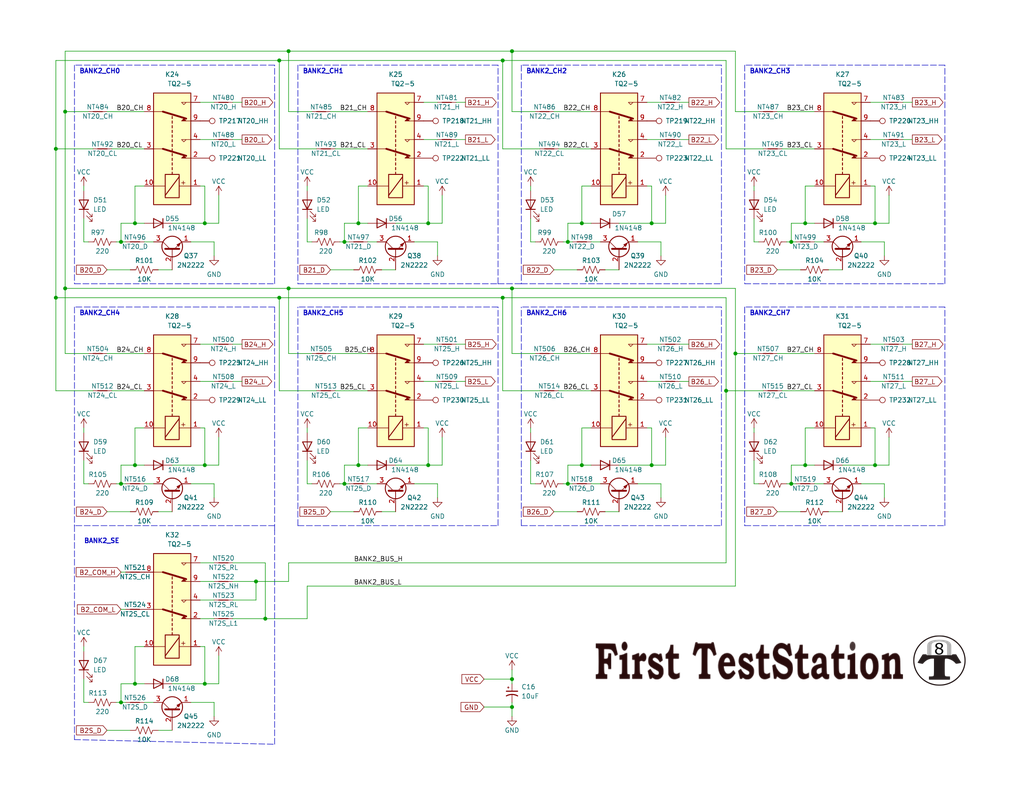
<source format=kicad_sch>
(kicad_sch (version 20211123) (generator eeschema)
  (paper "A")
  (title_block (title "InterconnectIO Board") (date "2022-06-01") (rev "0.1"))
  (junction (at 139.7 78.74))
  (junction (at 33.02 66.04))
  (junction (at 33.02 191.77))
  (junction (at 154.94 132.08))
  (junction (at 93.98 132.08))
  (junction (at 219.71 60.96))
  (junction (at 158.75 60.96))
  (junction (at 177.8 60.96))
  (junction (at 238.76 60.96))
  (junction (at 72.39 168.91))
  (junction (at 215.9 132.08))
  (junction (at 116.84 60.96))
  (junction (at 76.2 81.28))
  (junction (at 36.83 60.96))
  (junction (at 78.74 78.74))
  (junction (at 33.02 132.08))
  (junction (at 116.84 127))
  (junction (at 17.78 30.48))
  (junction (at 137.16 81.28))
  (junction (at 154.94 66.04))
  (junction (at 15.24 81.28))
  (junction (at 17.78 78.74))
  (junction (at 93.98 66.04))
  (junction (at 36.83 186.69))
  (junction (at 139.7 185.42))
  (junction (at 78.74 13.97))
  (junction (at 238.76 127))
  (junction (at 97.79 127))
  (junction (at 97.79 60.96))
  (junction (at 76.2 16.51))
  (junction (at 137.16 16.51))
  (junction (at 15.24 40.64))
  (junction (at 158.75 127))
  (junction (at 55.88 186.69))
  (junction (at 139.7 193.04))
  (junction (at 200.66 96.52))
  (junction (at 36.83 127))
  (junction (at 55.88 127))
  (junction (at 139.7 13.97))
  (junction (at 198.12 106.68))
  (junction (at 177.8 127))
  (junction (at 69.85 158.75))
  (junction (at 215.9 66.04))
  (junction (at 55.88 60.96))
  (junction (at 219.71 127))
  (wire (pts (xy 241.3 132.08) (xy 241.3 135.89)))
  (wire (pts (xy 100.33 60.96) (xy 97.79 60.96)))
  (wire (pts (xy 78.74 153.67) (xy 78.74 158.75)))
  (wire (pts (xy 116.84 50.8) (xy 116.84 60.96)))
  (wire (pts (xy 205.74 50.8) (xy 205.74 52.07)))
  (wire (pts (xy 168.91 60.96) (xy 177.8 60.96)))
  (wire (pts (xy 144.78 59.69) (xy 144.78 66.04)))
  (wire (pts (xy 104.14 73.66) (xy 107.95 73.66)))
  (wire (pts (xy 214.63 132.08) (xy 215.9 132.08)))
  (wire (pts (xy 219.71 50.8) (xy 219.71 60.96)))
  (wire (pts (xy 46.99 60.96) (xy 55.88 60.96)))
  (wire (pts (xy 97.79 116.84) (xy 97.79 127)))
  (wire (pts (xy 36.83 60.96) (xy 33.02 60.96)))
  (wire (pts (xy 58.42 191.77) (xy 58.42 195.58)))
  (wire (pts (xy 36.83 50.8) (xy 39.37 50.8)))
  (wire (pts (xy 54.61 38.1) (xy 58.42 38.1)))
  (wire (pts (xy 185.42 104.14) (xy 187.96 104.14)))
  (wire (pts (xy 156.21 132.08) (xy 154.94 132.08)))
  (wire (pts (xy 63.5 38.1) (xy 66.04 38.1)))
  (wire (pts (xy 200.66 160.02) (xy 83.82 160.02)))
  (wire (pts (xy 33.02 166.37) (xy 34.29 166.37)))
  (wire (pts (xy 22.86 176.53) (xy 22.86 177.8)))
  (wire (pts (xy 22.86 191.77) (xy 24.13 191.77)))
  (wire (pts (xy 43.18 139.7) (xy 46.99 139.7)))
  (wire (pts (xy 242.57 127) (xy 238.76 127)))
  (wire (pts (xy 54.61 93.98) (xy 58.42 93.98)))
  (wire (pts (xy 238.76 116.84) (xy 238.76 127)))
  (wire (pts (xy 33.02 60.96) (xy 33.02 66.04)))
  (wire (pts (xy 120.65 119.38) (xy 120.65 127)))
  (wire (pts (xy 97.79 50.8) (xy 100.33 50.8)))
  (wire (pts (xy 97.79 116.84) (xy 100.33 116.84)))
  (wire (pts (xy 55.88 116.84) (xy 54.61 116.84)))
  (wire (pts (xy 139.7 185.42) (xy 139.7 186.69)))
  (wire (pts (xy 246.38 27.94) (xy 248.92 27.94)))
  (wire (pts (xy 36.83 50.8) (xy 36.83 60.96)))
  (wire (pts (xy 222.25 132.08) (xy 224.79 132.08)))
  (wire (pts (xy 219.71 116.84) (xy 219.71 127)))
  (wire (pts (xy 215.9 66.04) (xy 215.9 60.96)))
  (wire (pts (xy 76.2 40.64) (xy 86.36 40.64)))
  (polyline (pts (xy 20.32 143.51) (xy 20.32 143.51)))
  (wire (pts (xy 78.74 30.48) (xy 78.74 13.97)))
  (wire (pts (xy 58.42 132.08) (xy 58.42 135.89)))
  (polyline (pts (xy 257.81 17.78) (xy 203.2 17.78)))
  (wire (pts (xy 22.86 185.42) (xy 22.86 191.77)))
  (wire (pts (xy 30.48 40.64) (xy 39.37 40.64)))
  (wire (pts (xy 237.49 104.14) (xy 241.3 104.14)))
  (wire (pts (xy 198.12 81.28) (xy 198.12 106.68)))
  (wire (pts (xy 97.79 127) (xy 93.98 127)))
  (wire (pts (xy 212.09 73.66) (xy 218.44 73.66)))
  (wire (pts (xy 33.02 156.21) (xy 34.29 156.21)))
  (wire (pts (xy 39.37 66.04) (xy 41.91 66.04)))
  (polyline (pts (xy 20.32 201.93) (xy 74.93 203.2)))
  (wire (pts (xy 83.82 125.73) (xy 83.82 132.08)))
  (wire (pts (xy 181.61 119.38) (xy 181.61 127)))
  (wire (pts (xy 165.1 139.7) (xy 168.91 139.7)))
  (wire (pts (xy 115.57 38.1) (xy 119.38 38.1)))
  (wire (pts (xy 229.87 60.96) (xy 238.76 60.96)))
  (polyline (pts (xy 142.24 77.47) (xy 196.85 77.47)))
  (wire (pts (xy 31.75 132.08) (xy 33.02 132.08)))
  (wire (pts (xy 17.78 78.74) (xy 17.78 30.48)))
  (wire (pts (xy 246.38 93.98) (xy 248.92 93.98)))
  (wire (pts (xy 151.13 96.52) (xy 161.29 96.52)))
  (wire (pts (xy 168.91 127) (xy 177.8 127)))
  (wire (pts (xy 59.69 53.34) (xy 59.69 60.96)))
  (wire (pts (xy 76.2 40.64) (xy 76.2 16.51)))
  (wire (pts (xy 158.75 50.8) (xy 158.75 60.96)))
  (polyline (pts (xy 142.24 143.51) (xy 196.85 143.51)))
  (wire (pts (xy 52.07 191.77) (xy 58.42 191.77)))
  (wire (pts (xy 238.76 116.84) (xy 237.49 116.84)))
  (wire (pts (xy 115.57 27.94) (xy 119.38 27.94)))
  (wire (pts (xy 173.99 66.04) (xy 180.34 66.04)))
  (wire (pts (xy 124.46 104.14) (xy 127 104.14)))
  (wire (pts (xy 54.61 153.67) (xy 58.42 153.67)))
  (wire (pts (xy 58.42 66.04) (xy 58.42 69.85)))
  (wire (pts (xy 137.16 81.28) (xy 198.12 81.28)))
  (wire (pts (xy 59.69 186.69) (xy 55.88 186.69)))
  (wire (pts (xy 55.88 50.8) (xy 54.61 50.8)))
  (wire (pts (xy 93.98 127) (xy 93.98 132.08)))
  (wire (pts (xy 219.71 127) (xy 215.9 127)))
  (wire (pts (xy 139.7 30.48) (xy 139.7 13.97)))
  (polyline (pts (xy 196.85 143.51) (xy 196.85 83.82)))
  (wire (pts (xy 93.98 66.04) (xy 93.98 60.96)))
  (wire (pts (xy 92.71 132.08) (xy 93.98 132.08)))
  (wire (pts (xy 176.53 93.98) (xy 180.34 93.98)))
  (wire (pts (xy 238.76 50.8) (xy 238.76 60.96)))
  (wire (pts (xy 237.49 27.94) (xy 241.3 27.94)))
  (wire (pts (xy 116.84 116.84) (xy 115.57 116.84)))
  (wire (pts (xy 116.84 116.84) (xy 116.84 127)))
  (wire (pts (xy 180.34 66.04) (xy 180.34 69.85)))
  (wire (pts (xy 22.86 116.84) (xy 22.86 118.11)))
  (wire (pts (xy 139.7 193.04) (xy 139.7 195.58)))
  (wire (pts (xy 43.18 199.39) (xy 46.99 199.39)))
  (wire (pts (xy 91.44 40.64) (xy 100.33 40.64)))
  (wire (pts (xy 205.74 59.69) (xy 205.74 66.04)))
  (wire (pts (xy 154.94 127) (xy 154.94 132.08)))
  (wire (pts (xy 198.12 106.68) (xy 208.28 106.68)))
  (wire (pts (xy 104.14 139.7) (xy 107.95 139.7)))
  (wire (pts (xy 59.69 119.38) (xy 59.69 127)))
  (polyline (pts (xy 203.2 17.78) (xy 203.2 77.47)))
  (polyline (pts (xy 20.32 83.82) (xy 20.32 143.51)))
  (wire (pts (xy 185.42 93.98) (xy 187.96 93.98)))
  (polyline (pts (xy 81.28 17.78) (xy 81.28 77.47)))
  (wire (pts (xy 113.03 132.08) (xy 119.38 132.08)))
  (wire (pts (xy 36.83 176.53) (xy 39.37 176.53)))
  (wire (pts (xy 22.86 132.08) (xy 24.13 132.08)))
  (polyline (pts (xy 142.24 143.51) (xy 142.24 83.82)))
  (wire (pts (xy 246.38 38.1) (xy 248.92 38.1)))
  (wire (pts (xy 158.75 116.84) (xy 161.29 116.84)))
  (polyline (pts (xy 203.2 143.51) (xy 257.81 143.51)))
  (wire (pts (xy 17.78 96.52) (xy 17.78 78.74)))
  (wire (pts (xy 177.8 50.8) (xy 176.53 50.8)))
  (wire (pts (xy 78.74 96.52) (xy 85.09 96.52)))
  (wire (pts (xy 151.13 30.48) (xy 161.29 30.48)))
  (wire (pts (xy 46.99 186.69) (xy 55.88 186.69)))
  (wire (pts (xy 92.71 66.04) (xy 93.98 66.04)))
  (wire (pts (xy 137.16 106.68) (xy 147.32 106.68)))
  (wire (pts (xy 90.17 73.66) (xy 96.52 73.66)))
  (wire (pts (xy 242.57 60.96) (xy 238.76 60.96)))
  (wire (pts (xy 30.48 106.68) (xy 39.37 106.68)))
  (wire (pts (xy 115.57 93.98) (xy 119.38 93.98)))
  (polyline (pts (xy 135.89 143.51) (xy 135.89 83.82)))
  (wire (pts (xy 36.83 186.69) (xy 33.02 186.69)))
  (wire (pts (xy 100.33 127) (xy 97.79 127)))
  (wire (pts (xy 115.57 104.14) (xy 119.38 104.14)))
  (wire (pts (xy 59.69 179.07) (xy 59.69 186.69)))
  (wire (pts (xy 161.29 66.04) (xy 163.83 66.04)))
  (wire (pts (xy 100.33 66.04) (xy 102.87 66.04)))
  (wire (pts (xy 176.53 38.1) (xy 180.34 38.1)))
  (wire (pts (xy 97.79 50.8) (xy 97.79 60.96)))
  (wire (pts (xy 36.83 116.84) (xy 39.37 116.84)))
  (wire (pts (xy 181.61 127) (xy 177.8 127)))
  (wire (pts (xy 17.78 78.74) (xy 78.74 78.74)))
  (wire (pts (xy 234.95 66.04) (xy 241.3 66.04)))
  (wire (pts (xy 72.39 168.91) (xy 63.5 168.91)))
  (polyline (pts (xy 203.2 77.47) (xy 257.81 77.47)))
  (wire (pts (xy 31.75 191.77) (xy 33.02 191.77)))
  (wire (pts (xy 161.29 127) (xy 158.75 127)))
  (wire (pts (xy 46.99 127) (xy 55.88 127)))
  (polyline (pts (xy 196.85 83.82) (xy 142.24 83.82)))
  (polyline (pts (xy 196.85 17.78) (xy 142.24 17.78)))
  (wire (pts (xy 39.37 127) (xy 36.83 127)))
  (polyline (pts (xy 74.93 203.2) (xy 74.93 144.78)))
  (wire (pts (xy 161.29 60.96) (xy 158.75 60.96)))
  (wire (pts (xy 165.1 73.66) (xy 168.91 73.66)))
  (polyline (pts (xy 74.93 17.78) (xy 20.32 17.78)))
  (wire (pts (xy 158.75 50.8) (xy 161.29 50.8)))
  (wire (pts (xy 17.78 13.97) (xy 17.78 30.48)))
  (wire (pts (xy 212.09 139.7) (xy 218.44 139.7)))
  (wire (pts (xy 153.67 66.04) (xy 154.94 66.04)))
  (wire (pts (xy 83.82 160.02) (xy 83.82 168.91)))
  (wire (pts (xy 144.78 125.73) (xy 144.78 132.08)))
  (wire (pts (xy 246.38 104.14) (xy 248.92 104.14)))
  (wire (pts (xy 242.57 119.38) (xy 242.57 127)))
  (wire (pts (xy 43.18 73.66) (xy 46.99 73.66)))
  (wire (pts (xy 36.83 127) (xy 33.02 127)))
  (wire (pts (xy 83.82 66.04) (xy 85.09 66.04)))
  (wire (pts (xy 54.61 27.94) (xy 58.42 27.94)))
  (wire (pts (xy 144.78 116.84) (xy 144.78 118.11)))
  (polyline (pts (xy 81.28 77.47) (xy 135.89 77.47)))
  (wire (pts (xy 15.24 81.28) (xy 76.2 81.28)))
  (wire (pts (xy 205.74 132.08) (xy 207.01 132.08)))
  (wire (pts (xy 158.75 127) (xy 154.94 127)))
  (wire (pts (xy 39.37 191.77) (xy 41.91 191.77)))
  (wire (pts (xy 152.4 40.64) (xy 161.29 40.64)))
  (wire (pts (xy 63.5 163.83) (xy 69.85 163.83)))
  (polyline (pts (xy 135.89 77.47) (xy 135.89 17.78)))
  (wire (pts (xy 22.86 125.73) (xy 22.86 132.08)))
  (polyline (pts (xy 257.81 77.47) (xy 257.81 17.78)))
  (wire (pts (xy 151.13 139.7) (xy 157.48 139.7)))
  (wire (pts (xy 63.5 27.94) (xy 66.04 27.94)))
  (polyline (pts (xy 20.32 143.51) (xy 20.32 201.93)))
  (wire (pts (xy 78.74 78.74) (xy 78.74 96.52)))
  (wire (pts (xy 226.06 73.66) (xy 229.87 73.66)))
  (wire (pts (xy 124.46 27.94) (xy 127 27.94)))
  (wire (pts (xy 132.08 185.42) (xy 139.7 185.42)))
  (wire (pts (xy 120.65 60.96) (xy 116.84 60.96)))
  (wire (pts (xy 185.42 38.1) (xy 187.96 38.1)))
  (wire (pts (xy 222.25 66.04) (xy 224.79 66.04)))
  (wire (pts (xy 205.74 125.73) (xy 205.74 132.08)))
  (wire (pts (xy 29.21 199.39) (xy 35.56 199.39)))
  (wire (pts (xy 124.46 93.98) (xy 127 93.98)))
  (wire (pts (xy 120.65 127) (xy 116.84 127)))
  (wire (pts (xy 219.71 116.84) (xy 222.25 116.84)))
  (polyline (pts (xy 135.89 83.82) (xy 81.28 83.82)))
  (wire (pts (xy 90.17 139.7) (xy 96.52 139.7)))
  (wire (pts (xy 177.8 116.84) (xy 177.8 127)))
  (wire (pts (xy 100.33 132.08) (xy 102.87 132.08)))
  (wire (pts (xy 63.5 158.75) (xy 69.85 158.75)))
  (wire (pts (xy 52.07 132.08) (xy 58.42 132.08)))
  (wire (pts (xy 207.01 96.52) (xy 200.66 96.52)))
  (polyline (pts (xy 20.32 17.78) (xy 20.32 77.47)))
  (wire (pts (xy 205.74 66.04) (xy 207.01 66.04)))
  (wire (pts (xy 176.53 27.94) (xy 180.34 27.94)))
  (wire (pts (xy 212.09 96.52) (xy 222.25 96.52)))
  (wire (pts (xy 139.7 96.52) (xy 146.05 96.52)))
  (wire (pts (xy 83.82 59.69) (xy 83.82 66.04)))
  (wire (pts (xy 90.17 30.48) (xy 100.33 30.48)))
  (wire (pts (xy 39.37 132.08) (xy 41.91 132.08)))
  (wire (pts (xy 69.85 158.75) (xy 78.74 158.75)))
  (wire (pts (xy 34.29 66.04) (xy 33.02 66.04)))
  (wire (pts (xy 198.12 40.64) (xy 198.12 16.51)))
  (wire (pts (xy 212.09 30.48) (xy 222.25 30.48)))
  (wire (pts (xy 139.7 13.97) (xy 78.74 13.97)))
  (polyline (pts (xy 74.93 77.47) (xy 74.93 17.78)))
  (wire (pts (xy 217.17 66.04) (xy 215.9 66.04)))
  (wire (pts (xy 95.25 66.04) (xy 93.98 66.04)))
  (wire (pts (xy 198.12 16.51) (xy 137.16 16.51)))
  (wire (pts (xy 137.16 16.51) (xy 137.16 40.64)))
  (wire (pts (xy 229.87 127) (xy 238.76 127)))
  (polyline (pts (xy 74.93 83.82) (xy 20.32 83.82)))
  (wire (pts (xy 144.78 50.8) (xy 144.78 52.07)))
  (wire (pts (xy 215.9 127) (xy 215.9 132.08)))
  (wire (pts (xy 116.84 50.8) (xy 115.57 50.8)))
  (wire (pts (xy 205.74 116.84) (xy 205.74 118.11)))
  (wire (pts (xy 152.4 106.68) (xy 161.29 106.68)))
  (polyline (pts (xy 203.2 83.82) (xy 203.2 143.51)))
  (wire (pts (xy 55.88 176.53) (xy 54.61 176.53)))
  (wire (pts (xy 33.02 127) (xy 33.02 132.08)))
  (wire (pts (xy 69.85 163.83) (xy 69.85 158.75)))
  (wire (pts (xy 72.39 153.67) (xy 72.39 168.91)))
  (wire (pts (xy 200.66 96.52) (xy 200.66 160.02)))
  (polyline (pts (xy 74.93 144.78) (xy 74.93 83.82)))
  (wire (pts (xy 34.29 191.77) (xy 33.02 191.77)))
  (wire (pts (xy 59.69 60.96) (xy 55.88 60.96)))
  (polyline (pts (xy 135.89 17.78) (xy 81.28 17.78)))
  (wire (pts (xy 177.8 50.8) (xy 177.8 60.96)))
  (wire (pts (xy 85.09 30.48) (xy 78.74 30.48)))
  (wire (pts (xy 132.08 193.04) (xy 139.7 193.04)))
  (wire (pts (xy 146.05 30.48) (xy 139.7 30.48)))
  (wire (pts (xy 181.61 53.34) (xy 181.61 60.96)))
  (wire (pts (xy 15.24 106.68) (xy 25.4 106.68)))
  (wire (pts (xy 39.37 186.69) (xy 36.83 186.69)))
  (wire (pts (xy 24.13 96.52) (xy 17.78 96.52)))
  (wire (pts (xy 54.61 163.83) (xy 58.42 163.83)))
  (wire (pts (xy 161.29 132.08) (xy 163.83 132.08)))
  (wire (pts (xy 54.61 158.75) (xy 58.42 158.75)))
  (wire (pts (xy 54.61 104.14) (xy 58.42 104.14)))
  (wire (pts (xy 15.24 81.28) (xy 15.24 106.68)))
  (wire (pts (xy 177.8 116.84) (xy 176.53 116.84)))
  (wire (pts (xy 180.34 132.08) (xy 180.34 135.89)))
  (wire (pts (xy 198.12 153.67) (xy 198.12 106.68)))
  (wire (pts (xy 200.66 13.97) (xy 139.7 13.97)))
  (wire (pts (xy 78.74 13.97) (xy 17.78 13.97)))
  (wire (pts (xy 22.86 66.04) (xy 24.13 66.04)))
  (wire (pts (xy 158.75 60.96) (xy 154.94 60.96)))
  (wire (pts (xy 144.78 132.08) (xy 146.05 132.08)))
  (wire (pts (xy 120.65 53.34) (xy 120.65 60.96)))
  (wire (pts (xy 219.71 60.96) (xy 215.9 60.96)))
  (wire (pts (xy 107.95 60.96) (xy 116.84 60.96)))
  (wire (pts (xy 39.37 60.96) (xy 36.83 60.96)))
  (wire (pts (xy 29.21 96.52) (xy 39.37 96.52)))
  (wire (pts (xy 15.24 40.64) (xy 15.24 16.51)))
  (wire (pts (xy 78.74 78.74) (xy 139.7 78.74)))
  (wire (pts (xy 29.21 73.66) (xy 35.56 73.66)))
  (wire (pts (xy 76.2 106.68) (xy 86.36 106.68)))
  (wire (pts (xy 124.46 38.1) (xy 127 38.1)))
  (wire (pts (xy 154.94 66.04) (xy 154.94 60.96)))
  (polyline (pts (xy 135.89 77.47) (xy 142.24 77.47)))
  (wire (pts (xy 90.17 96.52) (xy 100.33 96.52)))
  (wire (pts (xy 55.88 176.53) (xy 55.88 186.69)))
  (wire (pts (xy 234.95 132.08) (xy 241.3 132.08)))
  (wire (pts (xy 31.75 66.04) (xy 33.02 66.04)))
  (wire (pts (xy 63.5 104.14) (xy 66.04 104.14)))
  (wire (pts (xy 83.82 50.8) (xy 83.82 52.07)))
  (wire (pts (xy 17.78 30.48) (xy 24.13 30.48)))
  (wire (pts (xy 34.29 132.08) (xy 33.02 132.08)))
  (polyline (pts (xy 81.28 143.51) (xy 81.28 83.82)))
  (wire (pts (xy 36.83 116.84) (xy 36.83 127)))
  (wire (pts (xy 52.07 66.04) (xy 58.42 66.04)))
  (wire (pts (xy 222.25 127) (xy 219.71 127)))
  (wire (pts (xy 63.5 153.67) (xy 72.39 153.67)))
  (wire (pts (xy 238.76 50.8) (xy 237.49 50.8)))
  (wire (pts (xy 15.24 40.64) (xy 25.4 40.64)))
  (wire (pts (xy 144.78 66.04) (xy 146.05 66.04)))
  (wire (pts (xy 200.66 96.52) (xy 200.66 78.74)))
  (wire (pts (xy 156.21 66.04) (xy 154.94 66.04)))
  (wire (pts (xy 33.02 186.69) (xy 33.02 191.77)))
  (wire (pts (xy 217.17 132.08) (xy 215.9 132.08)))
  (wire (pts (xy 83.82 116.84) (xy 83.82 118.11)))
  (wire (pts (xy 119.38 66.04) (xy 119.38 69.85)))
  (wire (pts (xy 200.66 78.74) (xy 139.7 78.74)))
  (wire (pts (xy 181.61 60.96) (xy 177.8 60.96)))
  (wire (pts (xy 119.38 132.08) (xy 119.38 135.89)))
  (polyline (pts (xy 20.32 77.47) (xy 74.93 77.47)))
  (wire (pts (xy 214.63 66.04) (xy 215.9 66.04)))
  (polyline (pts (xy 81.28 143.51) (xy 135.89 143.51)))
  (polyline (pts (xy 142.24 17.78) (xy 142.24 77.47)))
  (polyline (pts (xy 257.81 83.82) (xy 203.2 83.82)))
  (wire (pts (xy 139.7 193.04) (xy 139.7 191.77)))
  (wire (pts (xy 59.69 127) (xy 55.88 127)))
  (wire (pts (xy 76.2 81.28) (xy 137.16 81.28)))
  (wire (pts (xy 237.49 93.98) (xy 241.3 93.98)))
  (wire (pts (xy 36.83 176.53) (xy 36.83 186.69)))
  (wire (pts (xy 151.13 73.66) (xy 157.48 73.66)))
  (wire (pts (xy 76.2 16.51) (xy 137.16 16.51)))
  (wire (pts (xy 137.16 81.28) (xy 137.16 106.68)))
  (wire (pts (xy 54.61 168.91) (xy 58.42 168.91)))
  (wire (pts (xy 107.95 127) (xy 116.84 127)))
  (wire (pts (xy 55.88 50.8) (xy 55.88 60.96)))
  (wire (pts (xy 139.7 78.74) (xy 139.7 96.52)))
  (wire (pts (xy 153.67 132.08) (xy 154.94 132.08)))
  (wire (pts (xy 158.75 116.84) (xy 158.75 127)))
  (wire (pts (xy 200.66 30.48) (xy 200.66 13.97)))
  (wire (pts (xy 137.16 40.64) (xy 147.32 40.64)))
  (polyline (pts (xy 203.2 83.82) (xy 203.2 143.51)))
  (wire (pts (xy 219.71 50.8) (xy 222.25 50.8)))
  (wire (pts (xy 237.49 38.1) (xy 241.3 38.1)))
  (wire (pts (xy 22.86 50.8) (xy 22.86 52.07)))
  (wire (pts (xy 29.21 30.48) (xy 39.37 30.48)))
  (wire (pts (xy 241.3 66.04) (xy 241.3 69.85)))
  (wire (pts (xy 207.01 30.48) (xy 200.66 30.48)))
  (wire (pts (xy 97.79 60.96) (xy 93.98 60.96)))
  (wire (pts (xy 15.24 81.28) (xy 15.24 40.64)))
  (wire (pts (xy 213.36 106.68) (xy 222.25 106.68)))
  (wire (pts (xy 139.7 182.88) (xy 139.7 185.42)))
  (polyline (pts (xy 196.85 77.47) (xy 196.85 17.78)))
  (wire (pts (xy 78.74 153.67) (xy 198.12 153.67)))
  (wire (pts (xy 173.99 132.08) (xy 180.34 132.08)))
  (wire (pts (xy 91.44 106.68) (xy 100.33 106.68)))
  (wire (pts (xy 198.12 40.64) (xy 208.28 40.64)))
  (wire (pts (xy 76.2 81.28) (xy 76.2 106.68)))
  (wire (pts (xy 176.53 104.14) (xy 180.34 104.14)))
  (wire (pts (xy 95.25 132.08) (xy 93.98 132.08)))
  (polyline (pts (xy 74.93 143.51) (xy 20.32 143.51)))
  (wire (pts (xy 185.42 27.94) (xy 187.96 27.94)))
  (wire (pts (xy 113.03 66.04) (xy 119.38 66.04)))
  (wire (pts (xy 242.57 53.34) (xy 242.57 60.96)))
  (wire (pts (xy 226.06 139.7) (xy 229.87 139.7)))
  (wire (pts (xy 83.82 168.91) (xy 72.39 168.91)))
  (wire (pts (xy 29.21 139.7) (xy 35.56 139.7)))
  (wire (pts (xy 83.82 132.08) (xy 85.09 132.08)))
  (wire (pts (xy 63.5 93.98) (xy 66.04 93.98)))
  (wire (pts (xy 22.86 59.69) (xy 22.86 66.04)))
  (wire (pts (xy 213.36 40.64) (xy 222.25 40.64)))
  (polyline (pts (xy 257.81 143.51) (xy 257.81 83.82)))
  (wire (pts (xy 55.88 116.84) (xy 55.88 127)))
  (wire (pts (xy 15.24 16.51) (xy 76.2 16.51)))
  (wire (pts (xy 222.25 60.96) (xy 219.71 60.96)))
  (image (at 256.54 180.34))
  (image (at 204.47 180.34) (scale 2.13772))
  (text "BANK2_CH1" (at 82.55 20.32 0) (effects (font (size 1.27 1.27) (thickness 0.254) bold) (justify left bottom)))
  (text "BANK2_SE" (at 22.86 148.59 0) (effects (font (size 1.27 1.27) (thickness 0.254) bold) (justify left bottom)))
  (text "BANK2_CH3" (at 204.47 20.32 0) (effects (font (size 1.27 1.27) (thickness 0.254) bold) (justify left bottom)))
  (text "BANK2_CH6" (at 143.51 86.36 0) (effects (font (size 1.27 1.27) (thickness 0.254) bold) (justify left bottom)))
  (text "BANK2_CH2" (at 143.51 20.32 0) (effects (font (size 1.27 1.27) (thickness 0.254) bold) (justify left bottom)))
  (text "BANK2_CH5" (at 82.55 86.36 0) (effects (font (size 1.27 1.27) (thickness 0.254) bold) (justify left bottom)))
  (text "BANK2_CH0" (at 21.59 20.32 0) (effects (font (size 1.27 1.27) (thickness 0.254) bold) (justify left bottom)))
  (text "BANK2_CH7" (at 204.47 86.36 0) (effects (font (size 1.27 1.27) (thickness 0.254) bold) (justify left bottom)))
  (text "BANK2_CH4" (at 21.59 86.36 0) (effects (font (size 1.27 1.27) (thickness 0.254) bold) (justify left bottom)))
  (label "B24_CL" (at 31.75 106.68 0))
  (label "B20_CL" (at 31.75 40.64 0))
  (label "B23_CH" (at 214.63 30.48 0))
  (label "BANK2_BUS_H" (at 96.52 153.67 0))
  (label "B24_CH" (at 31.75 96.52 0))
  (label "B21_CL" (at 92.71 40.64 0))
  (label "B23_CL" (at 214.63 40.64 0))
  (label "B26_CH" (at 153.67 96.52 0))
  (label "B21_CH" (at 92.71 30.48 0))
  (label "B22_CH" (at 153.67 30.48 0))
  (label "B22_CL" (at 153.67 40.64 0))
  (label "B25_CH" (at 93.98 96.52 0))
  (label "BANK2_BUS_L" (at 96.52 160.02 0))
  (label "B26_CL" (at 153.67 106.68 0))
  (label "B25_CL" (at 92.71 106.68 0))
  (label "B27_CH" (at 214.63 96.52 0))
  (label "B20_CH" (at 31.75 30.48 0))
  (label "B27_CL" (at 214.63 106.68 0))
  (global_label "B20_D" (shape input) (at 29.21 73.66 180) (property "Intersheet References" "${INTERSHEET_REFS}" (effects hide)))
  (global_label "B24_L" (shape output) (at 66.04 104.14 0) (property "Intersheet References" "${INTERSHEET_REFS}" (effects hide)))
  (global_label "B2_COM_L" (shape input) (at 33.02 166.37 180) (property "Intersheet References" "${INTERSHEET_REFS}" (effects hide)))
  (global_label "B22_L" (shape output) (at 187.96 38.1 0) (property "Intersheet References" "${INTERSHEET_REFS}" (effects hide)))
  (global_label "B23_D" (shape input) (at 212.09 73.66 180) (property "Intersheet References" "${INTERSHEET_REFS}" (effects hide)))
  (global_label "B2_COM_H" (shape input) (at 33.02 156.21 180) (property "Intersheet References" "${INTERSHEET_REFS}" (effects hide)))
  (global_label "B27_H" (shape output) (at 248.92 93.98 0) (property "Intersheet References" "${INTERSHEET_REFS}" (effects hide)))
  (global_label "VCC" (shape input) (at 132.08 185.42 180) (property "Intersheet References" "${INTERSHEET_REFS}" (effects hide)))
  (global_label "B24_D" (shape input) (at 29.21 139.7 180) (property "Intersheet References" "${INTERSHEET_REFS}" (effects hide)))
  (global_label "GND" (shape input) (at 132.08 193.04 180) (property "Intersheet References" "${INTERSHEET_REFS}" (effects hide)))
  (global_label "B25_L" (shape output) (at 127 104.14 0) (property "Intersheet References" "${INTERSHEET_REFS}" (effects hide)))
  (global_label "B21_D" (shape input) (at 90.17 73.66 180) (property "Intersheet References" "${INTERSHEET_REFS}" (effects hide)))
  (global_label "B23_H" (shape output) (at 248.92 27.94 0) (property "Intersheet References" "${INTERSHEET_REFS}" (effects hide)))
  (global_label "B25_D" (shape input) (at 90.17 139.7 180) (property "Intersheet References" "${INTERSHEET_REFS}" (effects hide)))
  (global_label "B2S_D" (shape input) (at 29.21 199.39 180) (property "Intersheet References" "${INTERSHEET_REFS}" (effects hide)))
  (global_label "B20_L" (shape output) (at 66.04 38.1 0) (property "Intersheet References" "${INTERSHEET_REFS}" (effects hide)))
  (global_label "B20_H" (shape output) (at 66.04 27.94 0) (property "Intersheet References" "${INTERSHEET_REFS}" (effects hide)))
  (global_label "B22_D" (shape input) (at 151.13 73.66 180) (property "Intersheet References" "${INTERSHEET_REFS}" (effects hide)))
  (global_label "B25_H" (shape output) (at 127 93.98 0) (property "Intersheet References" "${INTERSHEET_REFS}" (effects hide)))
  (global_label "B22_H" (shape output) (at 187.96 27.94 0) (property "Intersheet References" "${INTERSHEET_REFS}" (effects hide)))
  (global_label "B26_D" (shape input) (at 151.13 139.7 180) (property "Intersheet References" "${INTERSHEET_REFS}" (effects hide)))
  (global_label "B27_D" (shape input) (at 212.09 139.7 180) (property "Intersheet References" "${INTERSHEET_REFS}" (effects hide)))
  (global_label "B26_H" (shape output) (at 187.96 93.98 0) (property "Intersheet References" "${INTERSHEET_REFS}" (effects hide)))
  (global_label "B21_L" (shape output) (at 127 38.1 0) (property "Intersheet References" "${INTERSHEET_REFS}" (effects hide)))
  (global_label "B27_L" (shape output) (at 248.92 104.14 0) (property "Intersheet References" "${INTERSHEET_REFS}" (effects hide)))
  (global_label "B26_L" (shape output) (at 187.96 104.14 0) (property "Intersheet References" "${INTERSHEET_REFS}" (effects hide)))
  (global_label "B23_L" (shape output) (at 248.92 38.1 0) (property "Intersheet References" "${INTERSHEET_REFS}" (effects hide)))
  (global_label "B24_H" (shape output) (at 66.04 93.98 0) (property "Intersheet References" "${INTERSHEET_REFS}" (effects hide)))
  (global_label "B21_H" (shape output) (at 127 27.94 0) (property "Intersheet References" "${INTERSHEET_REFS}" (effects hide)))
  (symbol (lib_id "Device:LED") (at 144.78 121.92 90) (unit 1)
    (property "Reference" "D61" (at 147.32 120.65 90) (effects (justify right)))
    (property "Value" "LED" (at 147.32 123.19 90) (effects (justify right)))
    (property "Footprint" "LED_THT:LED_D3.0mm_Clear" (effects hide))
  )
  (symbol (lib_id "Relay:TQ2-5") (at 229.87 40.64 270) (mirror x) (unit 1)
    (property "Reference" "K27" (at 229.87 20.32 90))
    (property "Value" "TQ2-5" (at 228.6001 22.86 90) (effects (justify left)))
    (property "Footprint" "Relay_THT:Relay_DPDT_FRT5" (effects hide))
    (property "Datasheet" "http://omronfs.omron.com/en_US/ecb/products/pdf/en-tq2.pdf" (effects hide))
  )
  (symbol (lib_id "power:VCC") (at 22.86 176.53 0) (unit 1)
    (property "Reference" "#PWR0177" (effects hide))
    (property "Value" "VCC" (at 22.86 172.72 0))
  )
  (symbol (lib_id "power:GND") (at 180.34 135.89 0) (unit 1)
    (property "Reference" "#PWR0175" (effects hide))
    (property "Value" "GND" (at 180.34 140.97 0))
  )
  (symbol (lib_id "Device:R_US") (at 161.29 73.66 270) (unit 1)
    (property "Reference" "R103" (at 161.29 71.12 90))
    (property "Value" "10K" (at 161.29 76.2 90))
    (property "Footprint" "Resistor_THT:R_Axial_DIN0309_L9.0mm_D3.2mm_P12.70mm_Horizontal" (effects hide))
  )
  (symbol (lib_id "Device:NetTie_2") (at 97.79 66.04 0) (unit 1)
    (property "Reference" "NT497" (at 97.79 64.77 0))
    (property "Value" "NT21_D" (at 97.79 67.31 0))
    (property "Footprint" "NetTie:NetTie-2_THT_Pad1.0mm" (effects hide))
  )
  (symbol (lib_id "power:GND") (at 241.3 135.89 0) (unit 1)
    (property "Reference" "#PWR0176" (effects hide))
    (property "Value" "GND" (at 241.3 140.97 0))
  )
  (symbol (lib_id "Device:R_US") (at 88.9 132.08 90) (unit 1)
    (property "Reference" "R106" (at 87.63 129.54 90))
    (property "Value" "220" (at 88.9 134.62 90))
    (property "Footprint" "Resistor_THT:R_Axial_DIN0309_L9.0mm_D3.2mm_P12.70mm_Horizontal" (effects hide))
  )
  (symbol (lib_id "Diode:1N4148") (at 226.06 60.96 0) (mirror y) (unit 1)
    (property "Reference" "D58" (at 229.87 59.69 0))
    (property "Value" "1N4148" (at 232.41 62.23 0))
    (property "Footprint" "Diode_THT:D_DO-35_SOD27_P7.62mm_Horizontal" (effects hide))
    (property "Datasheet" "https://assets.nexperia.com/documents/data-sheet/1N4148_1N4448.pdf" (effects hide))
  )
  (symbol (lib_id "Connector:TestPoint") (at 176.53 43.18 270) (unit 1)
    (property "Reference" "TP223" (at 181.61 43.18 90) (effects (justify left)))
    (property "Value" "NT22_LL" (at 186.69 43.18 90) (effects (justify left)))
    (property "Footprint" "Connector_Pin:Pin_D1.2mm_L11.3mm_W3.0mm_Flat" (effects hide))
  )
  (symbol (lib_id "power:VCC") (at 242.57 53.34 0) (unit 1)
    (property "Reference" "#PWR0160" (effects hide))
    (property "Value" "VCC" (at 242.57 49.53 0))
  )
  (symbol (lib_id "Device:NetTie_2") (at 97.79 132.08 0) (unit 1)
    (property "Reference" "NT517" (at 97.79 130.81 0))
    (property "Value" "NT25_D" (at 97.79 133.35 0))
    (property "Footprint" "NetTie:NetTie-2_THT_Pad1.0mm" (effects hide))
  )
  (symbol (lib_id "power:VCC") (at 83.82 116.84 0) (unit 1)
    (property "Reference" "#PWR0166" (effects hide))
    (property "Value" "VCC" (at 83.82 113.03 0))
  )
  (symbol (lib_id "Device:R_US") (at 222.25 73.66 270) (unit 1)
    (property "Reference" "R104" (at 222.25 71.12 90))
    (property "Value" "10K" (at 222.25 76.2 90))
    (property "Footprint" "Resistor_THT:R_Axial_DIN0309_L9.0mm_D3.2mm_P12.70mm_Horizontal" (effects hide))
  )
  (symbol (lib_id "Device:NetTie_2") (at 210.82 106.68 0) (unit 1)
    (property "Reference" "NT515" (at 210.82 105.41 0))
    (property "Value" "NT27_CL" (at 210.82 107.95 0))
    (property "Footprint" "NetTie:NetTie-2_THT_Pad1.0mm" (effects hide))
  )
  (symbol (lib_id "Device:LED") (at 83.82 121.92 90) (unit 1)
    (property "Reference" "D60" (at 86.36 120.65 90) (effects (justify right)))
    (property "Value" "LED" (at 86.36 123.19 90) (effects (justify right)))
    (property "Footprint" "LED_THT:LED_D3.0mm_Clear" (effects hide))
  )
  (symbol (lib_id "Device:R_US") (at 27.94 66.04 90) (unit 1)
    (property "Reference" "R97" (at 26.67 63.5 90))
    (property "Value" "220" (at 27.94 68.58 90))
    (property "Footprint" "Resistor_THT:R_Axial_DIN0309_L9.0mm_D3.2mm_P12.70mm_Horizontal" (effects hide))
  )
  (symbol (lib_id "Device:R_US") (at 27.94 191.77 90) (unit 1)
    (property "Reference" "R113" (at 26.67 189.23 90))
    (property "Value" "220" (at 27.94 194.31 90))
    (property "Footprint" "Resistor_THT:R_Axial_DIN0309_L9.0mm_D3.2mm_P12.70mm_Horizontal" (effects hide))
  )
  (symbol (lib_id "power:VCC") (at 59.69 53.34 0) (unit 1)
    (property "Reference" "#PWR0157" (effects hide))
    (property "Value" "VCC" (at 59.69 49.53 0))
  )
  (symbol (lib_id "Device:NetTie_2") (at 88.9 106.68 0) (unit 1)
    (property "Reference" "NT513" (at 88.9 105.41 0))
    (property "Value" "NT25_CL" (at 88.9 107.95 0))
    (property "Footprint" "NetTie:NetTie-2_THT_Pad1.0mm" (effects hide))
  )
  (symbol (lib_id "Device:LED") (at 144.78 55.88 90) (unit 1)
    (property "Reference" "D53" (at 147.32 54.61 90) (effects (justify right)))
    (property "Value" "LED" (at 147.32 57.15 90) (effects (justify right)))
    (property "Footprint" "LED_THT:LED_D3.0mm_Clear" (effects hide))
  )
  (symbol (lib_id "Device:NetTie_2") (at 36.83 191.77 0) (unit 1)
    (property "Reference" "NT526" (at 36.83 190.5 0))
    (property "Value" "NT2S_D" (at 36.83 193.04 0))
    (property "Footprint" "NetTie:NetTie-2_THT_Pad1.0mm" (effects hide))
  )
  (symbol (lib_id "power:VCC") (at 181.61 119.38 0) (unit 1)
    (property "Reference" "#PWR0171" (effects hide))
    (property "Value" "VCC" (at 181.61 115.57 0))
  )
  (symbol (lib_id "Connector:TestPoint") (at 54.61 99.06 270) (unit 1)
    (property "Reference" "TP225" (at 59.69 99.06 90) (effects (justify left)))
    (property "Value" "NT24_HH" (at 64.77 99.06 90) (effects (justify left)))
    (property "Footprint" "Connector_Pin:Pin_D1.2mm_L11.3mm_W3.0mm_Flat" (effects hide))
  )
  (symbol (lib_id "Connector:TestPoint") (at 115.57 33.02 270) (unit 1)
    (property "Reference" "TP218" (at 120.65 33.02 90) (effects (justify left)))
    (property "Value" "NT21_HH" (at 125.73 33.02 90) (effects (justify left)))
    (property "Footprint" "Connector_Pin:Pin_D1.2mm_L11.3mm_W3.0mm_Flat" (effects hide))
  )
  (symbol (lib_id "Transistor_BJT:2N3904") (at 46.99 68.58 90) (unit 1)
    (property "Reference" "Q37" (at 52.07 69.85 90))
    (property "Value" "2N2222" (at 52.07 72.39 90))
    (property "Footprint" "Package_TO_SOT_THT:TO-92_Inline" (effects hide))
    (property "Datasheet" "https://www.onsemi.com/pub/Collateral/2N3903-D.PDF" (effects hide))
  )
  (symbol (lib_id "Connector:TestPoint") (at 176.53 33.02 270) (unit 1)
    (property "Reference" "TP219" (at 181.61 33.02 90) (effects (justify left)))
    (property "Value" "NT22_HH" (at 186.69 33.02 90) (effects (justify left)))
    (property "Footprint" "Connector_Pin:Pin_D1.2mm_L11.3mm_W3.0mm_Flat" (effects hide))
  )
  (symbol (lib_id "Transistor_BJT:2N3904") (at 229.87 134.62 90) (unit 1)
    (property "Reference" "Q44" (at 234.95 135.89 90))
    (property "Value" "2N2222" (at 234.95 138.43 90))
    (property "Footprint" "Package_TO_SOT_THT:TO-92_Inline" (effects hide))
    (property "Datasheet" "https://www.onsemi.com/pub/Collateral/2N3903-D.PDF" (effects hide))
  )
  (symbol (lib_id "power:GND") (at 180.34 69.85 0) (unit 1)
    (property "Reference" "#PWR0163" (effects hide))
    (property "Value" "GND" (at 180.34 74.93 0))
  )
  (symbol (lib_id "Device:LED") (at 22.86 121.92 90) (unit 1)
    (property "Reference" "D59" (at 25.4 120.65 90) (effects (justify right)))
    (property "Value" "LED" (at 25.4 123.19 90) (effects (justify right)))
    (property "Footprint" "LED_THT:LED_D3.0mm_Clear" (effects hide))
  )
  (symbol (lib_id "Device:R_US") (at 88.9 66.04 90) (unit 1)
    (property "Reference" "R98" (at 87.63 63.5 90))
    (property "Value" "220" (at 88.9 68.58 90))
    (property "Footprint" "Resistor_THT:R_Axial_DIN0309_L9.0mm_D3.2mm_P12.70mm_Horizontal" (effects hide))
  )
  (symbol (lib_id "Connector:TestPoint") (at 237.49 33.02 270) (unit 1)
    (property "Reference" "TP220" (at 242.57 33.02 90) (effects (justify left)))
    (property "Value" "NT23_HH" (at 247.65 33.02 90) (effects (justify left)))
    (property "Footprint" "Connector_Pin:Pin_D1.2mm_L11.3mm_W3.0mm_Flat" (effects hide))
  )
  (symbol (lib_id "Device:NetTie_2") (at 182.88 38.1 0) (unit 1)
    (property "Reference" "NT490" (at 182.88 36.83 0))
    (property "Value" "NT22_L" (at 182.88 39.37 0))
    (property "Footprint" "NetTie:NetTie-2_THT_Pad1.0mm" (effects hide))
  )
  (symbol (lib_id "Device:LED") (at 83.82 55.88 90) (unit 1)
    (property "Reference" "D52" (at 86.36 54.61 90) (effects (justify right)))
    (property "Value" "LED" (at 86.36 57.15 90) (effects (justify right)))
    (property "Footprint" "LED_THT:LED_D3.0mm_Clear" (effects hide))
  )
  (symbol (lib_id "Device:NetTie_2") (at 182.88 104.14 0) (unit 1)
    (property "Reference" "NT510" (at 182.88 102.87 0))
    (property "Value" "NT26_L" (at 182.88 105.41 0))
    (property "Footprint" "NetTie:NetTie-2_THT_Pad1.0mm" (effects hide))
  )
  (symbol (lib_id "Device:NetTie_2") (at 182.88 27.94 0) (unit 1)
    (property "Reference" "NT482" (at 182.88 26.67 0))
    (property "Value" "NT22_H" (at 182.88 29.21 0))
    (property "Footprint" "NetTie:NetTie-2_THT_Pad1.0mm" (effects hide))
  )
  (symbol (lib_id "Device:NetTie_2") (at 26.67 30.48 0) (unit 1)
    (property "Reference" "NT484" (at 26.67 29.21 0))
    (property "Value" "NT20_CH" (at 26.67 31.75 0))
    (property "Footprint" "NetTie:NetTie-2_THT_Pad1.0mm" (effects hide))
  )
  (symbol (lib_id "power:VCC") (at 22.86 116.84 0) (unit 1)
    (property "Reference" "#PWR0165" (effects hide))
    (property "Value" "VCC" (at 22.86 113.03 0))
  )
  (symbol (lib_id "power:VCC") (at 83.82 50.8 0) (unit 1)
    (property "Reference" "#PWR0154" (effects hide))
    (property "Value" "VCC" (at 83.82 46.99 0))
  )
  (symbol (lib_id "Device:NetTie_2") (at 210.82 40.64 0) (unit 1)
    (property "Reference" "NT495" (at 210.82 39.37 0))
    (property "Value" "NT23_CL" (at 210.82 41.91 0))
    (property "Footprint" "NetTie:NetTie-2_THT_Pad1.0mm" (effects hide))
  )
  (symbol (lib_id "power:VCC") (at 120.65 119.38 0) (unit 1)
    (property "Reference" "#PWR0170" (effects hide))
    (property "Value" "VCC" (at 120.65 115.57 0))
  )
  (symbol (lib_id "Connector:TestPoint") (at 237.49 109.22 270) (unit 1)
    (property "Reference" "TP232" (at 242.57 109.22 90) (effects (justify left)))
    (property "Value" "NT27_LL" (at 247.65 109.22 90) (effects (justify left)))
    (property "Footprint" "Connector_Pin:Pin_D1.2mm_L11.3mm_W3.0mm_Flat" (effects hide))
  )
  (symbol (lib_id "Device:NetTie_2") (at 121.92 93.98 0) (unit 1)
    (property "Reference" "NT501" (at 121.92 92.71 0))
    (property "Value" "NT25_H" (at 121.92 95.25 0))
    (property "Footprint" "NetTie:NetTie-2_THT_Pad1.0mm" (effects hide))
  )
  (symbol (lib_id "Transistor_BJT:2N3904") (at 229.87 68.58 90) (unit 1)
    (property "Reference" "Q40" (at 234.95 69.85 90))
    (property "Value" "2N2222" (at 234.95 72.39 90))
    (property "Footprint" "Package_TO_SOT_THT:TO-92_Inline" (effects hide))
    (property "Datasheet" "https://www.onsemi.com/pub/Collateral/2N3903-D.PDF" (effects hide))
  )
  (symbol (lib_id "Relay:TQ2-5") (at 46.99 166.37 270) (mirror x) (unit 1)
    (property "Reference" "K32" (at 46.99 146.05 90))
    (property "Value" "TQ2-5" (at 45.7201 148.59 90) (effects (justify left)))
    (property "Footprint" "Relay_THT:Relay_DPDT_FRT5" (effects hide))
    (property "Datasheet" "http://omronfs.omron.com/en_US/ecb/products/pdf/en-tq2.pdf" (effects hide))
  )
  (symbol (lib_id "Device:LED") (at 205.74 121.92 90) (unit 1)
    (property "Reference" "D62" (at 208.28 120.65 90) (effects (justify right)))
    (property "Value" "LED" (at 208.28 123.19 90) (effects (justify right)))
    (property "Footprint" "LED_THT:LED_D3.0mm_Clear" (effects hide))
  )
  (symbol (lib_id "power:GND") (at 58.42 135.89 0) (unit 1)
    (property "Reference" "#PWR0173" (effects hide))
    (property "Value" "GND" (at 58.42 140.97 0))
  )
  (symbol (lib_id "Device:NetTie_2") (at 60.96 168.91 0) (unit 1)
    (property "Reference" "NT525" (at 60.96 167.64 0))
    (property "Value" "NT2S_L1" (at 60.96 170.18 0))
    (property "Footprint" "NetTie:NetTie-2_THT_Pad1.0mm" (effects hide))
  )
  (symbol (lib_id "Diode:1N4148") (at 104.14 127 0) (mirror y) (unit 1)
    (property "Reference" "D64" (at 107.95 125.73 0))
    (property "Value" "1N4148" (at 110.49 128.27 0))
    (property "Footprint" "Diode_THT:D_DO-35_SOD27_P7.62mm_Horizontal" (effects hide))
    (property "Datasheet" "https://assets.nexperia.com/documents/data-sheet/1N4148_1N4448.pdf" (effects hide))
  )
  (symbol (lib_id "Device:LED") (at 22.86 181.61 90) (unit 1)
    (property "Reference" "D67" (at 25.4 180.34 90) (effects (justify right)))
    (property "Value" "LED" (at 25.4 182.88 90) (effects (justify right)))
    (property "Footprint" "LED_THT:LED_D3.0mm_Clear" (effects hide))
  )
  (symbol (lib_id "Diode:1N4148") (at 43.18 60.96 0) (mirror y) (unit 1)
    (property "Reference" "D55" (at 46.99 59.69 0))
    (property "Value" "1N4148" (at 49.53 62.23 0))
    (property "Footprint" "Diode_THT:D_DO-35_SOD27_P7.62mm_Horizontal" (effects hide))
    (property "Datasheet" "https://assets.nexperia.com/documents/data-sheet/1N4148_1N4448.pdf" (effects hide))
  )
  (symbol (lib_id "Connector:TestPoint") (at 54.61 43.18 270) (unit 1)
    (property "Reference" "TP221" (at 59.69 43.18 90) (effects (justify left)))
    (property "Value" "NT20_LL" (at 64.77 43.18 90) (effects (justify left)))
    (property "Footprint" "Connector_Pin:Pin_D1.2mm_L11.3mm_W3.0mm_Flat" (effects hide))
  )
  (symbol (lib_id "Device:NetTie_2") (at 121.92 38.1 0) (unit 1)
    (property "Reference" "NT489" (at 121.92 36.83 0))
    (property "Value" "NT21_L" (at 121.92 39.37 0))
    (property "Footprint" "NetTie:NetTie-2_THT_Pad1.0mm" (effects hide))
  )
  (symbol (lib_id "power:VCC") (at 120.65 53.34 0) (unit 1)
    (property "Reference" "#PWR0158" (effects hide))
    (property "Value" "VCC" (at 120.65 49.53 0))
  )
  (symbol (lib_id "Relay:TQ2-5") (at 168.91 106.68 270) (mirror x) (unit 1)
    (property "Reference" "K30" (at 168.91 86.36 90))
    (property "Value" "TQ2-5" (at 167.6401 88.9 90) (effects (justify left)))
    (property "Footprint" "Relay_THT:Relay_DPDT_FRT5" (effects hide))
    (property "Datasheet" "http://omronfs.omron.com/en_US/ecb/products/pdf/en-tq2.pdf" (effects hide))
  )
  (symbol (lib_id "Diode:1N4148") (at 226.06 127 0) (mirror y) (unit 1)
    (property "Reference" "D66" (at 229.87 125.73 0))
    (property "Value" "1N4148" (at 232.41 128.27 0))
    (property "Footprint" "Diode_THT:D_DO-35_SOD27_P7.62mm_Horizontal" (effects hide))
    (property "Datasheet" "https://assets.nexperia.com/documents/data-sheet/1N4148_1N4448.pdf" (effects hide))
  )
  (symbol (lib_id "Device:NetTie_2") (at 149.86 40.64 0) (unit 1)
    (property "Reference" "NT494" (at 149.86 39.37 0))
    (property "Value" "NT22_CL" (at 149.86 41.91 0))
    (property "Footprint" "NetTie:NetTie-2_THT_Pad1.0mm" (effects hide))
  )
  (symbol (lib_id "Diode:1N4148") (at 43.18 186.69 0) (mirror y) (unit 1)
    (property "Reference" "D68" (at 46.99 185.42 0))
    (property "Value" "1N4148" (at 49.53 187.96 0))
    (property "Footprint" "Diode_THT:D_DO-35_SOD27_P7.62mm_Horizontal" (effects hide))
    (property "Datasheet" "https://assets.nexperia.com/documents/data-sheet/1N4148_1N4448.pdf" (effects hide))
  )
  (symbol (lib_id "Device:NetTie_2") (at 121.92 27.94 0) (unit 1)
    (property "Reference" "NT481" (at 121.92 26.67 0))
    (property "Value" "NT21_H" (at 121.92 29.21 0))
    (property "Footprint" "NetTie:NetTie-2_THT_Pad1.0mm" (effects hide))
  )
  (symbol (lib_id "Connector:TestPoint") (at 176.53 109.22 270) (unit 1)
    (property "Reference" "TP231" (at 181.61 109.22 90) (effects (justify left)))
    (property "Value" "NT26_LL" (at 186.69 109.22 90) (effects (justify left)))
    (property "Footprint" "Connector_Pin:Pin_D1.2mm_L11.3mm_W3.0mm_Flat" (effects hide))
  )
  (symbol (lib_id "Relay:TQ2-5") (at 107.95 40.64 270) (mirror x) (unit 1)
    (property "Reference" "K25" (at 107.95 20.32 90))
    (property "Value" "TQ2-5" (at 106.6801 22.86 90) (effects (justify left)))
    (property "Footprint" "Relay_THT:Relay_DPDT_FRT5" (effects hide))
    (property "Datasheet" "http://omronfs.omron.com/en_US/ecb/products/pdf/en-tq2.pdf" (effects hide))
  )
  (symbol (lib_id "Connector:TestPoint") (at 237.49 43.18 270) (unit 1)
    (property "Reference" "TP224" (at 242.57 43.18 90) (effects (justify left)))
    (property "Value" "NT23_LL" (at 247.65 43.18 90) (effects (justify left)))
    (property "Footprint" "Connector_Pin:Pin_D1.2mm_L11.3mm_W3.0mm_Flat" (effects hide))
  )
  (symbol (lib_id "power:VCC") (at 59.69 119.38 0) (unit 1)
    (property "Reference" "#PWR0169" (effects hide))
    (property "Value" "VCC" (at 59.69 115.57 0))
  )
  (symbol (lib_id "Device:NetTie_2") (at 219.71 66.04 0) (unit 1)
    (property "Reference" "NT499" (at 219.71 64.77 0))
    (property "Value" "NT23_D" (at 219.71 67.31 0))
    (property "Footprint" "NetTie:NetTie-2_THT_Pad1.0mm" (effects hide))
  )
  (symbol (lib_id "Device:NetTie_2") (at 243.84 27.94 0) (unit 1)
    (property "Reference" "NT483" (at 243.84 26.67 0))
    (property "Value" "NT23_H" (at 243.84 29.21 0))
    (property "Footprint" "NetTie:NetTie-2_THT_Pad1.0mm" (effects hide))
  )
  (symbol (lib_id "Relay:TQ2-5") (at 46.99 40.64 270) (mirror x) (unit 1)
    (property "Reference" "K24" (at 46.99 20.32 90))
    (property "Value" "TQ2-5" (at 45.7201 22.86 90) (effects (justify left)))
    (property "Footprint" "Relay_THT:Relay_DPDT_FRT5" (effects hide))
    (property "Datasheet" "http://omronfs.omron.com/en_US/ecb/products/pdf/en-tq2.pdf" (effects hide))
  )
  (symbol (lib_id "Device:NetTie_2") (at 60.96 163.83 0) (unit 1)
    (property "Reference" "NT523" (at 60.96 162.56 0))
    (property "Value" "NT2S_RL" (at 60.96 165.1 0))
    (property "Footprint" "NetTie:NetTie-2_THT_Pad1.0mm" (effects hide))
  )
  (symbol (lib_id "Device:LED") (at 205.74 55.88 90) (unit 1)
    (property "Reference" "D54" (at 208.28 54.61 90) (effects (justify right)))
    (property "Value" "LED" (at 208.28 57.15 90) (effects (justify right)))
    (property "Footprint" "LED_THT:LED_D3.0mm_Clear" (effects hide))
  )
  (symbol (lib_id "Device:NetTie_2") (at 60.96 93.98 0) (unit 1)
    (property "Reference" "NT500" (at 60.96 92.71 0))
    (property "Value" "NT24_H" (at 60.96 95.25 0))
    (property "Footprint" "NetTie:NetTie-2_THT_Pad1.0mm" (effects hide))
  )
  (symbol (lib_id "Device:R_US") (at 27.94 132.08 90) (unit 1)
    (property "Reference" "R105" (at 26.67 129.54 90))
    (property "Value" "220" (at 27.94 134.62 90))
    (property "Footprint" "Resistor_THT:R_Axial_DIN0309_L9.0mm_D3.2mm_P12.70mm_Horizontal" (effects hide))
  )
  (symbol (lib_id "power:VCC") (at 144.78 116.84 0) (unit 1)
    (property "Reference" "#PWR0167" (effects hide))
    (property "Value" "VCC" (at 144.78 113.03 0))
  )
  (symbol (lib_id "Device:NetTie_2") (at 27.94 106.68 0) (unit 1)
    (property "Reference" "NT512" (at 27.94 105.41 0))
    (property "Value" "NT24_CL" (at 27.94 107.95 0))
    (property "Footprint" "NetTie:NetTie-2_THT_Pad1.0mm" (effects hide))
  )
  (symbol (lib_id "Device:NetTie_2") (at 158.75 66.04 0) (unit 1)
    (property "Reference" "NT498" (at 158.75 64.77 0))
    (property "Value" "NT22_D" (at 158.75 67.31 0))
    (property "Footprint" "NetTie:NetTie-2_THT_Pad1.0mm" (effects hide))
  )
  (symbol (lib_id "Connector:TestPoint") (at 115.57 99.06 270) (unit 1)
    (property "Reference" "TP226" (at 120.65 99.06 90) (effects (justify left)))
    (property "Value" "NT25_HH" (at 125.73 99.06 90) (effects (justify left)))
    (property "Footprint" "Connector_Pin:Pin_D1.2mm_L11.3mm_W3.0mm_Flat" (effects hide))
  )
  (symbol (lib_id "Device:NetTie_2") (at 36.83 156.21 0) (unit 1)
    (property "Reference" "NT521" (at 36.83 154.94 0))
    (property "Value" "NT2S_CH" (at 36.83 157.48 0))
    (property "Footprint" "NetTie:NetTie-2_THT_Pad1.0mm" (effects hide))
  )
  (symbol (lib_id "Diode:1N4148") (at 165.1 127 0) (mirror y) (unit 1)
    (property "Reference" "D65" (at 168.91 125.73 0))
    (property "Value" "1N4148" (at 171.45 128.27 0))
    (property "Footprint" "Diode_THT:D_DO-35_SOD27_P7.62mm_Horizontal" (effects hide))
    (property "Datasheet" "https://assets.nexperia.com/documents/data-sheet/1N4148_1N4448.pdf" (effects hide))
  )
  (symbol (lib_id "Device:NetTie_2") (at 87.63 96.52 0) (unit 1)
    (property "Reference" "NT505" (at 87.63 95.25 0))
    (property "Value" "NT25_CH" (at 87.63 97.79 0))
    (property "Footprint" "NetTie:NetTie-2_THT_Pad1.0mm" (effects hide))
  )
  (symbol (lib_id "Device:R_US") (at 100.33 73.66 270) (unit 1)
    (property "Reference" "R102" (at 100.33 71.12 90))
    (property "Value" "10K" (at 100.33 76.2 90))
    (property "Footprint" "Resistor_THT:R_Axial_DIN0309_L9.0mm_D3.2mm_P12.70mm_Horizontal" (effects hide))
  )
  (symbol (lib_id "Device:NetTie_2") (at 148.59 96.52 0) (unit 1)
    (property "Reference" "NT506" (at 148.59 95.25 0))
    (property "Value" "NT26_CH" (at 148.59 97.79 0))
    (property "Footprint" "NetTie:NetTie-2_THT_Pad1.0mm" (effects hide))
  )
  (symbol (lib_id "power:GND") (at 58.42 69.85 0) (unit 1)
    (property "Reference" "#PWR0161" (effects hide))
    (property "Value" "GND" (at 58.42 74.93 0))
  )
  (symbol (lib_id "power:VCC") (at 181.61 53.34 0) (unit 1)
    (property "Reference" "#PWR0159" (effects hide))
    (property "Value" "VCC" (at 181.61 49.53 0))
  )
  (symbol (lib_id "power:GND") (at 119.38 69.85 0) (unit 1)
    (property "Reference" "#PWR0162" (effects hide))
    (property "Value" "GND" (at 119.38 74.93 0))
  )
  (symbol (lib_id "Device:NetTie_2") (at 148.59 30.48 0) (unit 1)
    (property "Reference" "NT486" (at 148.59 29.21 0))
    (property "Value" "NT22_CH" (at 148.59 31.75 0))
    (property "Footprint" "NetTie:NetTie-2_THT_Pad1.0mm" (effects hide))
  )
  (symbol (lib_id "Device:NetTie_2") (at 60.96 27.94 0) (unit 1)
    (property "Reference" "NT480" (at 60.96 26.67 0))
    (property "Value" "NT20_H" (at 60.96 29.21 0))
    (property "Footprint" "NetTie:NetTie-2_THT_Pad1.0mm" (effects hide))
  )
  (symbol (lib_id "power:VCC") (at 144.78 50.8 0) (unit 1)
    (property "Reference" "#PWR0155" (effects hide))
    (property "Value" "VCC" (at 144.78 46.99 0))
  )
  (symbol (lib_id "Device:R_US") (at 39.37 199.39 270) (unit 1)
    (property "Reference" "R114" (at 39.37 196.85 90))
    (property "Value" "10K" (at 39.37 201.93 90))
    (property "Footprint" "Resistor_THT:R_Axial_DIN0309_L9.0mm_D3.2mm_P12.70mm_Horizontal" (effects hide))
  )
  (symbol (lib_id "power:VCC") (at 22.86 50.8 0) (unit 1)
    (property "Reference" "#PWR0153" (effects hide))
    (property "Value" "VCC" (at 22.86 46.99 0))
  )
  (symbol (lib_id "Device:NetTie_2") (at 36.83 66.04 0) (unit 1)
    (property "Reference" "NT496" (at 36.83 64.77 0))
    (property "Value" "NT20_D" (at 36.83 67.31 0))
    (property "Footprint" "NetTie:NetTie-2_THT_Pad1.0mm" (effects hide))
  )
  (symbol (lib_id "Device:NetTie_2") (at 182.88 93.98 0) (unit 1)
    (property "Reference" "NT502" (at 182.88 92.71 0))
    (property "Value" "NT26_H" (at 182.88 95.25 0))
    (property "Footprint" "NetTie:NetTie-2_THT_Pad1.0mm" (effects hide))
  )
  (symbol (lib_id "Diode:1N4148") (at 165.1 60.96 0) (mirror y) (unit 1)
    (property "Reference" "D57" (at 168.91 58.42 0))
    (property "Value" "1N4148" (at 171.45 62.23 0))
    (property "Footprint" "Diode_THT:D_DO-35_SOD27_P7.62mm_Horizontal" (effects hide))
    (property "Datasheet" "https://assets.nexperia.com/documents/data-sheet/1N4148_1N4448.pdf" (effects hide))
  )
  (symbol (lib_id "Connector:TestPoint") (at 115.57 43.18 270) (unit 1)
    (property "Reference" "TP222" (at 120.65 43.18 90) (effects (justify left)))
    (property "Value" "NT21_LL" (at 125.73 43.18 90) (effects (justify left)))
    (property "Footprint" "Connector_Pin:Pin_D1.2mm_L11.3mm_W3.0mm_Flat" (effects hide))
  )
  (symbol (lib_id "Relay:TQ2-5") (at 168.91 40.64 270) (mirror x) (unit 1)
    (property "Reference" "K26" (at 168.91 20.32 90))
    (property "Value" "TQ2-5" (at 167.6401 22.86 90) (effects (justify left)))
    (property "Footprint" "Relay_THT:Relay_DPDT_FRT5" (effects hide))
    (property "Datasheet" "http://omronfs.omron.com/en_US/ecb/products/pdf/en-tq2.pdf" (effects hide))
  )
  (symbol (lib_id "Transistor_BJT:2N3904") (at 107.95 134.62 90) (unit 1)
    (property "Reference" "Q42" (at 113.03 135.89 90))
    (property "Value" "2N2222" (at 113.03 138.43 90))
    (property "Footprint" "Package_TO_SOT_THT:TO-92_Inline" (effects hide))
    (property "Datasheet" "https://www.onsemi.com/pub/Collateral/2N3903-D.PDF" (effects hide))
  )
  (symbol (lib_id "Device:NetTie_2") (at 88.9 40.64 0) (unit 1)
    (property "Reference" "NT493" (at 88.9 39.37 0))
    (property "Value" "NT21_CL" (at 88.9 41.91 0))
    (property "Footprint" "NetTie:NetTie-2_THT_Pad1.0mm" (effects hide))
  )
  (symbol (lib_id "Device:R_US") (at 39.37 139.7 270) (unit 1)
    (property "Reference" "R109" (at 39.37 137.16 90))
    (property "Value" "10K" (at 39.37 142.24 90))
    (property "Footprint" "Resistor_THT:R_Axial_DIN0309_L9.0mm_D3.2mm_P12.70mm_Horizontal" (effects hide))
  )
  (symbol (lib_id "Device:R_US") (at 149.86 132.08 90) (unit 1)
    (property "Reference" "R107" (at 148.59 129.54 90))
    (property "Value" "220" (at 149.86 134.62 90))
    (property "Footprint" "Resistor_THT:R_Axial_DIN0309_L9.0mm_D3.2mm_P12.70mm_Horizontal" (effects hide))
  )
  (symbol (lib_id "Connector:TestPoint") (at 54.61 109.22 270) (unit 1)
    (property "Reference" "TP229" (at 59.69 109.22 90) (effects (justify left)))
    (property "Value" "NT24_LL" (at 64.77 109.22 90) (effects (justify left)))
    (property "Footprint" "Connector_Pin:Pin_D1.2mm_L11.3mm_W3.0mm_Flat" (effects hide))
  )
  (symbol (lib_id "Transistor_BJT:2N3904") (at 46.99 134.62 90) (unit 1)
    (property "Reference" "Q41" (at 52.07 135.89 90))
    (property "Value" "2N2222" (at 52.07 138.43 90))
    (property "Footprint" "Package_TO_SOT_THT:TO-92_Inline" (effects hide))
    (property "Datasheet" "https://www.onsemi.com/pub/Collateral/2N3903-D.PDF" (effects hide))
  )
  (symbol (lib_id "Device:R_US") (at 222.25 139.7 270) (unit 1)
    (property "Reference" "R112" (at 222.25 137.16 90))
    (property "Value" "10K" (at 222.25 142.24 90))
    (property "Footprint" "Resistor_THT:R_Axial_DIN0309_L9.0mm_D3.2mm_P12.70mm_Horizontal" (effects hide))
  )
  (symbol (lib_id "Device:C_Polarized_Small_US") (at 139.7 189.23 0) (unit 1)
    (property "Reference" "C16" (at 142.24 187.5281 0) (effects (justify left)))
    (property "Value" "10uF" (at 142.24 190.0681 0) (effects (justify left)))
    (property "Footprint" "Capacitor_THT:CP_Radial_D4.0mm_P1.50mm" (effects hide))
  )
  (symbol (lib_id "Device:NetTie_2") (at 36.83 132.08 0) (unit 1)
    (property "Reference" "NT516" (at 36.83 130.81 0))
    (property "Value" "NT24_D" (at 36.83 133.35 0))
    (property "Footprint" "NetTie:NetTie-2_THT_Pad1.0mm" (effects hide))
  )
  (symbol (lib_id "power:VCC") (at 205.74 116.84 0) (unit 1)
    (property "Reference" "#PWR0168" (effects hide))
    (property "Value" "VCC" (at 205.74 113.03 0))
  )
  (symbol (lib_id "Connector:TestPoint") (at 176.53 99.06 270) (unit 1)
    (property "Reference" "TP227" (at 181.61 99.06 90) (effects (justify left)))
    (property "Value" "NT26_HH" (at 186.69 99.06 90) (effects (justify left)))
    (property "Footprint" "Connector_Pin:Pin_D1.2mm_L11.3mm_W3.0mm_Flat" (effects hide))
  )
  (symbol (lib_id "Transistor_BJT:2N3904") (at 168.91 134.62 90) (unit 1)
    (property "Reference" "Q43" (at 173.99 135.89 90))
    (property "Value" "2N2222" (at 173.99 138.43 90))
    (property "Footprint" "Package_TO_SOT_THT:TO-92_Inline" (effects hide))
    (property "Datasheet" "https://www.onsemi.com/pub/Collateral/2N3903-D.PDF" (effects hide))
  )
  (symbol (lib_id "Device:NetTie_2") (at 27.94 40.64 0) (unit 1)
    (property "Reference" "NT492" (at 27.94 39.37 0))
    (property "Value" "NT20_CL" (at 27.94 41.91 0))
    (property "Footprint" "NetTie:NetTie-2_THT_Pad1.0mm" (effects hide))
  )
  (symbol (lib_id "power:VCC") (at 205.74 50.8 0) (unit 1)
    (property "Reference" "#PWR0156" (effects hide))
    (property "Value" "VCC" (at 205.74 46.99 0))
  )
  (symbol (lib_id "Device:R_US") (at 149.86 66.04 90) (unit 1)
    (property "Reference" "R99" (at 148.59 63.5 90))
    (property "Value" "220" (at 149.86 68.58 90))
    (property "Footprint" "Resistor_THT:R_Axial_DIN0309_L9.0mm_D3.2mm_P12.70mm_Horizontal" (effects hide))
  )
  (symbol (lib_id "Device:LED") (at 22.86 55.88 90) (unit 1)
    (property "Reference" "D51" (at 25.4 54.61 90) (effects (justify right)))
    (property "Value" "LED" (at 25.4 57.15 90) (effects (justify right)))
    (property "Footprint" "LED_THT:LED_D3.0mm_Clear" (effects hide))
  )
  (symbol (lib_id "power:GND") (at 241.3 69.85 0) (unit 1)
    (property "Reference" "#PWR0164" (effects hide))
    (property "Value" "GND" (at 241.3 74.93 0))
  )
  (symbol (lib_id "Device:NetTie_2") (at 121.92 104.14 0) (unit 1)
    (property "Reference" "NT509" (at 121.92 102.87 0))
    (property "Value" "NT25_L" (at 121.92 105.41 0))
    (property "Footprint" "NetTie:NetTie-2_THT_Pad1.0mm" (effects hide))
  )
  (symbol (lib_id "Device:NetTie_2") (at 60.96 158.75 0) (unit 1)
    (property "Reference" "NT522" (at 60.96 157.48 0))
    (property "Value" "NT2S_NH" (at 60.96 160.02 0))
    (property "Footprint" "NetTie:NetTie-2_THT_Pad1.0mm" (effects hide))
  )
  (symbol (lib_id "Device:R_US") (at 210.82 132.08 90) (unit 1)
    (property "Reference" "R108" (at 209.55 129.54 90))
    (property "Value" "220" (at 210.82 134.62 90))
    (property "Footprint" "Resistor_THT:R_Axial_DIN0309_L9.0mm_D3.2mm_P12.70mm_Horizontal" (effects hide))
  )
  (symbol (lib_id "Transistor_BJT:2N3904") (at 168.91 68.58 90) (unit 1)
    (property "Reference" "Q39" (at 173.99 69.85 90))
    (property "Value" "2N2222" (at 173.99 72.39 90))
    (property "Footprint" "Package_TO_SOT_THT:TO-92_Inline" (effects hide))
    (property "Datasheet" "https://www.onsemi.com/pub/Collateral/2N3903-D.PDF" (effects hide))
  )
  (symbol (lib_id "Device:NetTie_2") (at 26.67 96.52 0) (unit 1)
    (property "Reference" "NT504" (at 26.67 95.25 0))
    (property "Value" "NT24_CH" (at 26.67 97.79 0))
    (property "Footprint" "NetTie:NetTie-2_THT_Pad1.0mm" (effects hide))
  )
  (symbol (lib_id "power:GND") (at 139.7 195.58 0) (unit 1)
    (property "Reference" "#PWR0181" (effects hide))
    (property "Value" "GND" (at 139.7 199.39 0))
  )
  (symbol (lib_id "Connector:TestPoint") (at 115.57 109.22 270) (unit 1)
    (property "Reference" "TP230" (at 120.65 109.22 90) (effects (justify left)))
    (property "Value" "NT25_LL" (at 125.73 109.22 90) (effects (justify left)))
    (property "Footprint" "Connector_Pin:Pin_D1.2mm_L11.3mm_W3.0mm_Flat" (effects hide))
  )
  (symbol (lib_id "Transistor_BJT:2N3904") (at 46.99 194.31 90) (unit 1)
    (property "Reference" "Q45" (at 52.07 195.58 90))
    (property "Value" "2N2222" (at 52.07 198.12 90))
    (property "Footprint" "Package_TO_SOT_THT:TO-92_Inline" (effects hide))
    (property "Datasheet" "https://www.onsemi.com/pub/Collateral/2N3903-D.PDF" (effects hide))
  )
  (symbol (lib_id "Device:NetTie_2") (at 209.55 30.48 0) (unit 1)
    (property "Reference" "NT487" (at 209.55 29.21 0))
    (property "Value" "NT23_CH" (at 209.55 31.75 0))
    (property "Footprint" "NetTie:NetTie-2_THT_Pad1.0mm" (effects hide))
  )
  (symbol (lib_id "power:VCC") (at 59.69 179.07 0) (unit 1)
    (property "Reference" "#PWR0178" (effects hide))
    (property "Value" "VCC" (at 59.69 175.26 0))
  )
  (symbol (lib_id "Device:NetTie_2") (at 243.84 38.1 0) (unit 1)
    (property "Reference" "NT491" (at 243.84 36.83 0))
    (property "Value" "NT23_L" (at 243.84 39.37 0))
    (property "Footprint" "NetTie:NetTie-2_THT_Pad1.0mm" (effects hide))
  )
  (symbol (lib_id "Device:NetTie_2") (at 87.63 30.48 0) (unit 1)
    (property "Reference" "NT485" (at 87.63 29.21 0))
    (property "Value" "NT21_CH" (at 87.63 31.75 0))
    (property "Footprint" "NetTie:NetTie-2_THT_Pad1.0mm" (effects hide))
  )
  (symbol (lib_id "Connector:TestPoint") (at 54.61 33.02 270) (unit 1)
    (property "Reference" "TP217" (at 59.69 33.02 90) (effects (justify left)))
    (property "Value" "NT20_HH" (at 64.77 33.02 90) (effects (justify left)))
    (property "Footprint" "Connector_Pin:Pin_D1.2mm_L11.3mm_W3.0mm_Flat" (effects hide))
  )
  (symbol (lib_id "Device:R_US") (at 100.33 139.7 270) (unit 1)
    (property "Reference" "R110" (at 100.33 137.16 90))
    (property "Value" "10K" (at 100.33 142.24 90))
    (property "Footprint" "Resistor_THT:R_Axial_DIN0309_L9.0mm_D3.2mm_P12.70mm_Horizontal" (effects hide))
  )
  (symbol (lib_id "Device:NetTie_2") (at 158.75 132.08 0) (unit 1)
    (property "Reference" "NT518" (at 158.75 130.81 0))
    (property "Value" "NT26_D" (at 158.75 133.35 0))
    (property "Footprint" "NetTie:NetTie-2_THT_Pad1.0mm" (effects hide))
  )
  (symbol (lib_id "Relay:TQ2-5") (at 107.95 106.68 270) (mirror x) (unit 1)
    (property "Reference" "K29" (at 107.95 86.36 90))
    (property "Value" "TQ2-5" (at 106.6801 88.9 90) (effects (justify left)))
    (property "Footprint" "Relay_THT:Relay_DPDT_FRT5" (effects hide))
    (property "Datasheet" "http://omronfs.omron.com/en_US/ecb/products/pdf/en-tq2.pdf" (effects hide))
  )
  (symbol (lib_id "Relay:TQ2-5") (at 46.99 106.68 270) (mirror x) (unit 1)
    (property "Reference" "K28" (at 46.99 86.36 90))
    (property "Value" "TQ2-5" (at 45.7201 88.9 90) (effects (justify left)))
    (property "Footprint" "Relay_THT:Relay_DPDT_FRT5" (effects hide))
    (property "Datasheet" "http://omronfs.omron.com/en_US/ecb/products/pdf/en-tq2.pdf" (effects hide))
  )
  (symbol (lib_id "Relay:TQ2-5") (at 229.87 106.68 270) (mirror x) (unit 1)
    (property "Reference" "K31" (at 229.87 86.36 90))
    (property "Value" "TQ2-5" (at 228.6001 88.9 90) (effects (justify left)))
    (property "Footprint" "Relay_THT:Relay_DPDT_FRT5" (effects hide))
    (property "Datasheet" "http://omronfs.omron.com/en_US/ecb/products/pdf/en-tq2.pdf" (effects hide))
  )
  (symbol (lib_id "Device:NetTie_2") (at 219.71 132.08 0) (unit 1)
    (property "Reference" "NT519" (at 219.71 130.81 0))
    (property "Value" "NT27_D" (at 219.71 133.35 0))
    (property "Footprint" "NetTie:NetTie-2_THT_Pad1.0mm" (effects hide))
  )
  (symbol (lib_id "Diode:1N4148") (at 104.14 60.96 0) (mirror y) (unit 1)
    (property "Reference" "D56" (at 107.95 59.69 0))
    (property "Value" "1N4148" (at 110.49 62.23 0))
    (property "Footprint" "Diode_THT:D_DO-35_SOD27_P7.62mm_Horizontal" (effects hide))
    (property "Datasheet" "https://assets.nexperia.com/documents/data-sheet/1N4148_1N4448.pdf" (effects hide))
  )
  (symbol (lib_id "Device:R_US") (at 39.37 73.66 270) (unit 1)
    (property "Reference" "R101" (at 39.37 71.12 90))
    (property "Value" "10K" (at 39.37 76.2 90))
    (property "Footprint" "Resistor_THT:R_Axial_DIN0309_L9.0mm_D3.2mm_P12.70mm_Horizontal" (effects hide))
  )
  (symbol (lib_id "Device:R_US") (at 210.82 66.04 90) (unit 1)
    (property "Reference" "R100" (at 209.55 63.5 90))
    (property "Value" "220" (at 210.82 68.58 90))
    (property "Footprint" "Resistor_THT:R_Axial_DIN0309_L9.0mm_D3.2mm_P12.70mm_Horizontal" (effects hide))
  )
  (symbol (lib_id "Device:NetTie_2") (at 243.84 93.98 0) (unit 1)
    (property "Reference" "NT503" (at 243.84 92.71 0))
    (property "Value" "NT27_H" (at 243.84 95.25 0))
    (property "Footprint" "NetTie:NetTie-2_THT_Pad1.0mm" (effects hide))
  )
  (symbol (lib_id "Device:NetTie_2") (at 149.86 106.68 0) (unit 1)
    (property "Reference" "NT514" (at 149.86 105.41 0))
    (property "Value" "NT26_CL" (at 149.86 107.95 0))
    (property "Footprint" "NetTie:NetTie-2_THT_Pad1.0mm" (effects hide))
  )
  (symbol (lib_id "power:GND") (at 119.38 135.89 0) (unit 1)
    (property "Reference" "#PWR0174" (effects hide))
    (property "Value" "GND" (at 119.38 140.97 0))
  )
  (symbol (lib_id "Device:NetTie_2") (at 60.96 104.14 0) (unit 1)
    (property "Reference" "NT508" (at 60.96 102.87 0))
    (property "Value" "NT24_L" (at 60.96 105.41 0))
    (property "Footprint" "NetTie:NetTie-2_THT_Pad1.0mm" (effects hide))
  )
  (symbol (lib_id "Device:NetTie_2") (at 36.83 166.37 0) (unit 1)
    (property "Reference" "NT524" (at 36.83 165.1 0))
    (property "Value" "NT2S_CL" (at 36.83 167.64 0))
    (property "Footprint" "NetTie:NetTie-2_THT_Pad1.0mm" (effects hide))
  )
  (symbol (lib_id "power:GND") (at 58.42 195.58 0) (unit 1)
    (property "Reference" "#PWR0180" (effects hide))
    (property "Value" "GND" (at 58.42 200.66 0))
  )
  (symbol (lib_id "Device:R_US") (at 161.29 139.7 270) (unit 1)
    (property "Reference" "R111" (at 161.29 137.16 90))
    (property "Value" "10K" (at 161.29 142.24 90))
    (property "Footprint" "Resistor_THT:R_Axial_DIN0309_L9.0mm_D3.2mm_P12.70mm_Horizontal" (effects hide))
  )
  (symbol (lib_id "Device:NetTie_2") (at 243.84 104.14 0) (unit 1)
    (property "Reference" "NT511" (at 243.84 102.87 0))
    (property "Value" "NT27_L" (at 243.84 105.41 0))
    (property "Footprint" "NetTie:NetTie-2_THT_Pad1.0mm" (effects hide))
  )
  (symbol (lib_id "Device:NetTie_2") (at 60.96 38.1 0) (unit 1)
    (property "Reference" "NT488" (at 60.96 36.83 0))
    (property "Value" "NT20_L" (at 60.96 39.37 0))
    (property "Footprint" "NetTie:NetTie-2_THT_Pad1.0mm" (effects hide))
  )
  (symbol (lib_id "Device:NetTie_2") (at 209.55 96.52 0) (unit 1)
    (property "Reference" "NT507" (at 209.55 95.25 0))
    (property "Value" "NT27_CH" (at 209.55 97.79 0))
    (property "Footprint" "NetTie:NetTie-2_THT_Pad1.0mm" (effects hide))
  )
  (symbol (lib_id "Diode:1N4148") (at 43.18 127 0) (mirror y) (unit 1)
    (property "Reference" "D63" (at 46.99 125.73 0))
    (property "Value" "1N4148" (at 49.53 128.27 0))
    (property "Footprint" "Diode_THT:D_DO-35_SOD27_P7.62mm_Horizontal" (effects hide))
    (property "Datasheet" "https://assets.nexperia.com/documents/data-sheet/1N4148_1N4448.pdf" (effects hide))
  )
  (symbol (lib_id "power:VCC") (at 242.57 119.38 0) (unit 1)
    (property "Reference" "#PWR0172" (effects hide))
    (property "Value" "VCC" (at 242.57 115.57 0))
  )
  (symbol (lib_id "Transistor_BJT:2N3904") (at 107.95 68.58 90) (unit 1)
    (property "Reference" "Q38" (at 113.03 69.85 90))
    (property "Value" "2N2222" (at 113.03 72.39 90))
    (property "Footprint" "Package_TO_SOT_THT:TO-92_Inline" (effects hide))
    (property "Datasheet" "https://www.onsemi.com/pub/Collateral/2N3903-D.PDF" (effects hide))
  )
  (symbol (lib_id "Device:NetTie_2") (at 60.96 153.67 0) (unit 1)
    (property "Reference" "NT520" (at 60.96 152.4 0))
    (property "Value" "NT2S_RL" (at 60.96 154.94 0))
    (property "Footprint" "NetTie:NetTie-2_THT_Pad1.0mm" (effects hide))
  )
  (symbol (lib_id "power:VCC") (at 139.7 182.88 0) (unit 1)
    (property "Reference" "#PWR0179" (effects hide))
    (property "Value" "VCC" (at 139.7 179.07 0))
  )
  (symbol (lib_id "Connector:TestPoint") (at 237.49 99.06 270) (unit 1)
    (property "Reference" "TP228" (at 242.57 99.06 90) (effects (justify left)))
    (property "Value" "NT27_HH" (at 247.65 99.06 90) (effects (justify left)))
    (property "Footprint" "Connector_Pin:Pin_D1.2mm_L11.3mm_W3.0mm_Flat" (effects hide))
  )
)
</source>
